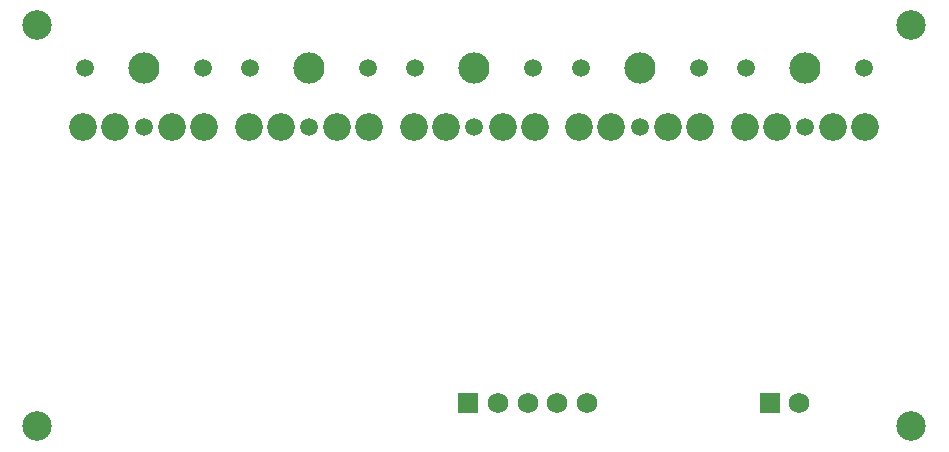
<source format=gbr>
%TF.GenerationSoftware,KiCad,Pcbnew,7.0.1-1.fc37*%
%TF.CreationDate,2023-03-22T21:52:04-05:00*%
%TF.ProjectId,midi_rx_board,6d696469-5f72-4785-9f62-6f6172642e6b,rev?*%
%TF.SameCoordinates,Original*%
%TF.FileFunction,Soldermask,Bot*%
%TF.FilePolarity,Negative*%
%FSLAX46Y46*%
G04 Gerber Fmt 4.6, Leading zero omitted, Abs format (unit mm)*
G04 Created by KiCad (PCBNEW 7.0.1-1.fc37) date 2023-03-22 21:52:04*
%MOMM*%
%LPD*%
G01*
G04 APERTURE LIST*
%ADD10C,2.500000*%
%ADD11C,1.500000*%
%ADD12C,2.641600*%
%ADD13C,2.351600*%
%ADD14R,1.750000X1.750000*%
%ADD15C,1.750000*%
G04 APERTURE END LIST*
D10*
%TO.C,REF\u002A\u002A*%
X125000000Y-56000000D03*
%TD*%
D11*
%TO.C,RX3*%
X167000000Y-25678000D03*
X157000000Y-25678000D03*
X162000000Y-30678000D03*
D12*
X162000000Y-25678000D03*
D13*
X167100000Y-30678000D03*
X164400000Y-30678000D03*
X159600000Y-30678000D03*
X156900000Y-30678000D03*
%TD*%
D14*
%TO.C,J2*%
X187000000Y-54000000D03*
D15*
X189500000Y-54000000D03*
%TD*%
D11*
%TO.C,RX4*%
X181000000Y-25678000D03*
X171000000Y-25678000D03*
X176000000Y-30678000D03*
D12*
X176000000Y-25678000D03*
D13*
X181100000Y-30678000D03*
X178400000Y-30678000D03*
X173600000Y-30678000D03*
X170900000Y-30678000D03*
%TD*%
D11*
%TO.C,RX5*%
X195000000Y-25678000D03*
X185000000Y-25678000D03*
X190000000Y-30678000D03*
D12*
X190000000Y-25678000D03*
D13*
X195100000Y-30678000D03*
X192400000Y-30678000D03*
X187600000Y-30678000D03*
X184900000Y-30678000D03*
%TD*%
D14*
%TO.C,J1*%
X161500000Y-54000000D03*
D15*
X164000000Y-54000000D03*
X166500000Y-54000000D03*
X169000000Y-54000000D03*
X171500000Y-54000000D03*
%TD*%
D11*
%TO.C,RX2*%
X153000000Y-25678000D03*
X143000000Y-25678000D03*
X148000000Y-30678000D03*
D12*
X148000000Y-25678000D03*
D13*
X153100000Y-30678000D03*
X150400000Y-30678000D03*
X145600000Y-30678000D03*
X142900000Y-30678000D03*
%TD*%
D11*
%TO.C,RX1*%
X139000000Y-25678000D03*
X129000000Y-25678000D03*
X134000000Y-30678000D03*
D12*
X134000000Y-25678000D03*
D13*
X139100000Y-30678000D03*
X136400000Y-30678000D03*
X131600000Y-30678000D03*
X128900000Y-30678000D03*
%TD*%
D10*
%TO.C,REF\u002A\u002A*%
X125000000Y-22000000D03*
%TD*%
%TO.C,REF\u002A\u002A*%
X199000000Y-56000000D03*
%TD*%
%TO.C,REF\u002A\u002A*%
X199000000Y-22000000D03*
%TD*%
M02*

</source>
